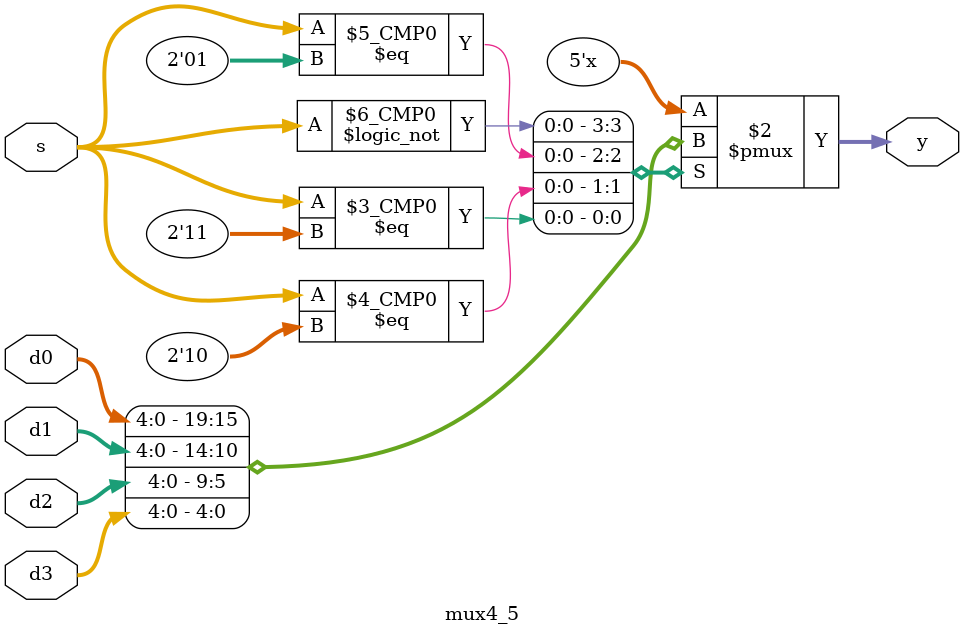
<source format=v>
`timescale 1ns / 1ps


module mux4_5(
    input [4:0] d0,
    input [4:0] d1,
    input [4:0] d2,
    input [4:0] d3,
    input [1:0]  s,
    output reg [4:0] y
    );

    always@(*)
    begin
        case(s)
            2'b00:  y <= d0;
            2'b01:  y <= d1;   
            2'b10:  y <= d2;
            2'b11:  y <= d3;
        endcase
    end

endmodule

</source>
